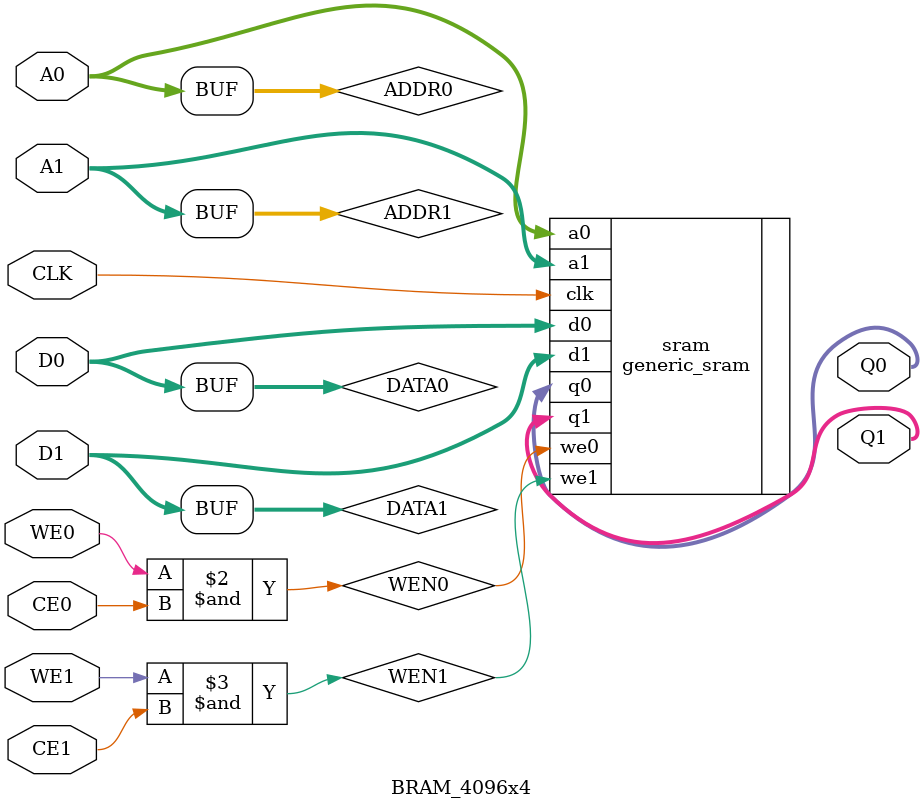
<source format=v>
`timescale 1 ps / 1 ps
module BRAM_4096x4( CLK, A0, D0, Q0, WE0, CE0, A1, D1, Q1, WE1, CE1 );

    input CLK;
    input [11:0] A0;
    input [3:0] D0;
    output [3:0] Q0;
    input WE0;
    input CE0;
    input [11:0] A1;
    input [3:0] D1;
    output [3:0] Q1;
    input WE1;
    input CE1;

    reg [11:0]  ADDR0;
    reg [11:0]  ADDR1;
    reg WEN0;
    reg WEN1;
    reg [3:0] DATA0;
    reg [3:0] DATA1;

    always @(*) begin
	#5
	ADDR0 = A0;
	ADDR1 = A1;
	WEN0 = WE0 & CE0;
	WEN1 = WE1 & CE1;
	DATA0 = D0;
	DATA1 = D1;
    end
  
    // generic SRAM for comp-kernel-only synthesis
    generic_sram
        #(
          .abits(12),
          .dbits(4)
         )
    sram
        (
         .clk(CLK),
         .a0(ADDR0),
         .a1(ADDR1),
         .d0(DATA0),
         .d1(DATA1),
         .q0(Q0),
         .q1(Q1),
         .we0(WEN0),
         .we1(WEN1)
        );

endmodule

</source>
